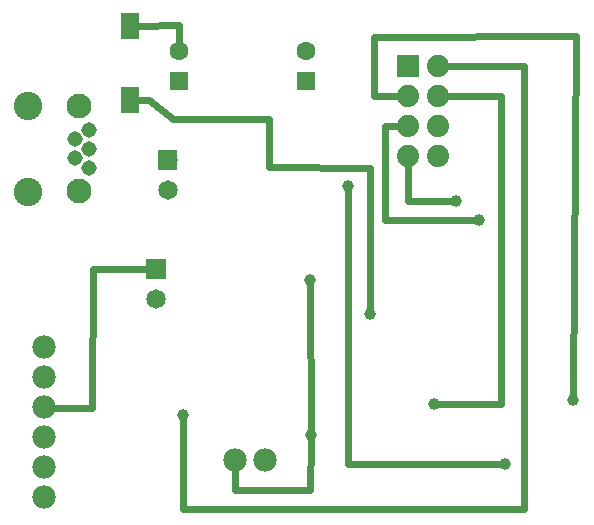
<source format=gbl>
G04 MADE WITH FRITZING*
G04 WWW.FRITZING.ORG*
G04 DOUBLE SIDED*
G04 HOLES PLATED*
G04 CONTOUR ON CENTER OF CONTOUR VECTOR*
%ASAXBY*%
%FSLAX23Y23*%
%MOIN*%
%OFA0B0*%
%SFA1.0B1.0*%
%ADD10C,0.082677*%
%ADD11C,0.074000*%
%ADD12C,0.039370*%
%ADD13C,0.062992*%
%ADD14C,0.051496*%
%ADD15C,0.094803*%
%ADD16C,0.078000*%
%ADD17C,0.065000*%
%ADD18R,0.074000X0.074000*%
%ADD19R,0.062992X0.062992*%
%ADD20R,0.062992X0.090551*%
%ADD21C,0.024000*%
%ADD22R,0.001000X0.001000*%
%LNCOPPER0*%
G90*
G70*
G54D10*
X222Y1320D03*
X220Y1606D03*
G54D11*
X1416Y1737D03*
X1416Y1637D03*
X1416Y1537D03*
X1416Y1437D03*
X1316Y1737D03*
X1316Y1637D03*
X1316Y1537D03*
X1316Y1437D03*
G54D12*
X1553Y1225D03*
X1478Y1287D03*
G54D13*
X553Y1689D03*
X553Y1787D03*
X978Y1689D03*
X978Y1787D03*
G54D14*
X253Y1525D03*
X253Y1462D03*
X253Y1399D03*
X206Y1494D03*
X206Y1431D03*
G54D15*
X52Y1318D03*
X52Y1606D03*
G54D12*
X1403Y612D03*
X566Y575D03*
G54D16*
X841Y425D03*
X741Y425D03*
X103Y800D03*
X103Y700D03*
X103Y600D03*
X103Y500D03*
X103Y400D03*
X103Y300D03*
G54D12*
X991Y1025D03*
X994Y507D03*
X1866Y625D03*
X1116Y1337D03*
X1641Y412D03*
X1191Y912D03*
G54D17*
X516Y1325D03*
X516Y1425D03*
X478Y962D03*
X478Y1062D03*
G54D18*
X1316Y1737D03*
G54D19*
X553Y1689D03*
X978Y1689D03*
G54D20*
X391Y1625D03*
X391Y1873D03*
G54D21*
X1241Y1225D02*
X1534Y1225D01*
D02*
X1241Y1538D02*
X1241Y1225D01*
D02*
X1285Y1537D02*
X1241Y1538D01*
D02*
X1316Y1288D02*
X1459Y1287D01*
D02*
X1316Y1406D02*
X1316Y1288D01*
D02*
X1628Y612D02*
X1629Y1637D01*
D02*
X1629Y1637D02*
X1447Y1637D01*
D02*
X1628Y612D02*
X1422Y612D01*
D02*
X1117Y412D02*
X1116Y1318D01*
D02*
X1622Y412D02*
X1117Y412D01*
D02*
X1879Y1838D02*
X1205Y1836D01*
D02*
X1205Y1637D02*
X1285Y1637D01*
D02*
X1205Y1836D02*
X1205Y1637D01*
D02*
X1866Y644D02*
X1879Y1838D01*
D02*
X992Y325D02*
X742Y325D01*
D02*
X742Y325D02*
X741Y394D01*
D02*
X993Y488D02*
X992Y325D01*
D02*
X993Y525D02*
X991Y1006D01*
D02*
X1705Y1737D02*
X1704Y262D01*
D02*
X1447Y1737D02*
X1705Y1737D01*
D02*
X566Y262D02*
X566Y556D01*
D02*
X1704Y262D02*
X566Y262D01*
D02*
X265Y599D02*
X133Y599D01*
D02*
X553Y1875D02*
X553Y1814D01*
D02*
X417Y1873D02*
X553Y1875D01*
D02*
X855Y1563D02*
X533Y1562D01*
D02*
X855Y1400D02*
X855Y1563D01*
D02*
X533Y1562D02*
X453Y1625D01*
D02*
X453Y1625D02*
X417Y1625D01*
D02*
X1192Y1399D02*
X855Y1400D01*
D02*
X1191Y931D02*
X1192Y1399D01*
D02*
X266Y1063D02*
X265Y599D01*
D02*
X453Y1062D02*
X266Y1063D01*
G54D22*
X483Y1457D02*
X547Y1457D01*
X483Y1456D02*
X547Y1456D01*
X483Y1455D02*
X547Y1455D01*
X483Y1454D02*
X547Y1454D01*
X483Y1453D02*
X547Y1453D01*
X483Y1452D02*
X547Y1452D01*
X483Y1451D02*
X547Y1451D01*
X483Y1450D02*
X547Y1450D01*
X483Y1449D02*
X547Y1449D01*
X483Y1448D02*
X547Y1448D01*
X483Y1447D02*
X547Y1447D01*
X483Y1446D02*
X547Y1446D01*
X483Y1445D02*
X547Y1445D01*
X483Y1444D02*
X547Y1444D01*
X483Y1443D02*
X547Y1443D01*
X483Y1442D02*
X547Y1442D01*
X483Y1441D02*
X547Y1441D01*
X483Y1440D02*
X547Y1440D01*
X483Y1439D02*
X547Y1439D01*
X483Y1438D02*
X511Y1438D01*
X520Y1438D02*
X547Y1438D01*
X483Y1437D02*
X508Y1437D01*
X522Y1437D02*
X547Y1437D01*
X483Y1436D02*
X507Y1436D01*
X524Y1436D02*
X547Y1436D01*
X483Y1435D02*
X505Y1435D01*
X525Y1435D02*
X547Y1435D01*
X483Y1434D02*
X504Y1434D01*
X526Y1434D02*
X547Y1434D01*
X483Y1433D02*
X504Y1433D01*
X527Y1433D02*
X547Y1433D01*
X483Y1432D02*
X503Y1432D01*
X527Y1432D02*
X547Y1432D01*
X483Y1431D02*
X502Y1431D01*
X528Y1431D02*
X547Y1431D01*
X483Y1430D02*
X502Y1430D01*
X528Y1430D02*
X547Y1430D01*
X483Y1429D02*
X502Y1429D01*
X529Y1429D02*
X547Y1429D01*
X483Y1428D02*
X501Y1428D01*
X529Y1428D02*
X547Y1428D01*
X483Y1427D02*
X501Y1427D01*
X529Y1427D02*
X547Y1427D01*
X483Y1426D02*
X501Y1426D01*
X529Y1426D02*
X547Y1426D01*
X483Y1425D02*
X501Y1425D01*
X529Y1425D02*
X547Y1425D01*
X483Y1424D02*
X501Y1424D01*
X529Y1424D02*
X547Y1424D01*
X483Y1423D02*
X501Y1423D01*
X529Y1423D02*
X547Y1423D01*
X483Y1422D02*
X501Y1422D01*
X529Y1422D02*
X547Y1422D01*
X483Y1421D02*
X501Y1421D01*
X529Y1421D02*
X547Y1421D01*
X483Y1420D02*
X502Y1420D01*
X528Y1420D02*
X547Y1420D01*
X483Y1419D02*
X502Y1419D01*
X528Y1419D02*
X547Y1419D01*
X483Y1418D02*
X503Y1418D01*
X528Y1418D02*
X547Y1418D01*
X483Y1417D02*
X503Y1417D01*
X527Y1417D02*
X547Y1417D01*
X483Y1416D02*
X504Y1416D01*
X526Y1416D02*
X547Y1416D01*
X483Y1415D02*
X505Y1415D01*
X525Y1415D02*
X547Y1415D01*
X483Y1414D02*
X506Y1414D01*
X524Y1414D02*
X547Y1414D01*
X483Y1413D02*
X508Y1413D01*
X523Y1413D02*
X547Y1413D01*
X483Y1412D02*
X510Y1412D01*
X520Y1412D02*
X547Y1412D01*
X483Y1411D02*
X547Y1411D01*
X483Y1410D02*
X547Y1410D01*
X483Y1409D02*
X547Y1409D01*
X483Y1408D02*
X547Y1408D01*
X483Y1407D02*
X547Y1407D01*
X483Y1406D02*
X547Y1406D01*
X483Y1405D02*
X547Y1405D01*
X483Y1404D02*
X547Y1404D01*
X483Y1403D02*
X547Y1403D01*
X483Y1402D02*
X547Y1402D01*
X483Y1401D02*
X547Y1401D01*
X483Y1400D02*
X547Y1400D01*
X483Y1399D02*
X547Y1399D01*
X483Y1398D02*
X547Y1398D01*
X483Y1397D02*
X547Y1397D01*
X483Y1396D02*
X547Y1396D01*
X483Y1395D02*
X547Y1395D01*
X483Y1394D02*
X547Y1394D01*
X483Y1393D02*
X547Y1393D01*
X446Y1094D02*
X510Y1094D01*
X446Y1093D02*
X510Y1093D01*
X446Y1092D02*
X510Y1092D01*
X446Y1091D02*
X510Y1091D01*
X446Y1090D02*
X510Y1090D01*
X446Y1089D02*
X510Y1089D01*
X446Y1088D02*
X510Y1088D01*
X446Y1087D02*
X510Y1087D01*
X446Y1086D02*
X510Y1086D01*
X446Y1085D02*
X510Y1085D01*
X446Y1084D02*
X510Y1084D01*
X446Y1083D02*
X510Y1083D01*
X446Y1082D02*
X510Y1082D01*
X446Y1081D02*
X510Y1081D01*
X446Y1080D02*
X510Y1080D01*
X446Y1079D02*
X510Y1079D01*
X446Y1078D02*
X510Y1078D01*
X446Y1077D02*
X510Y1077D01*
X446Y1076D02*
X475Y1076D01*
X480Y1076D02*
X510Y1076D01*
X446Y1075D02*
X472Y1075D01*
X483Y1075D02*
X510Y1075D01*
X446Y1074D02*
X470Y1074D01*
X485Y1074D02*
X510Y1074D01*
X446Y1073D02*
X469Y1073D01*
X487Y1073D02*
X510Y1073D01*
X446Y1072D02*
X467Y1072D01*
X488Y1072D02*
X510Y1072D01*
X446Y1071D02*
X467Y1071D01*
X489Y1071D02*
X510Y1071D01*
X446Y1070D02*
X466Y1070D01*
X490Y1070D02*
X510Y1070D01*
X446Y1069D02*
X465Y1069D01*
X490Y1069D02*
X510Y1069D01*
X446Y1068D02*
X465Y1068D01*
X491Y1068D02*
X510Y1068D01*
X446Y1067D02*
X464Y1067D01*
X491Y1067D02*
X510Y1067D01*
X446Y1066D02*
X464Y1066D01*
X491Y1066D02*
X510Y1066D01*
X446Y1065D02*
X464Y1065D01*
X492Y1065D02*
X510Y1065D01*
X446Y1064D02*
X463Y1064D01*
X492Y1064D02*
X510Y1064D01*
X446Y1063D02*
X463Y1063D01*
X492Y1063D02*
X510Y1063D01*
X446Y1062D02*
X463Y1062D01*
X492Y1062D02*
X510Y1062D01*
X446Y1061D02*
X463Y1061D01*
X492Y1061D02*
X510Y1061D01*
X446Y1060D02*
X464Y1060D01*
X492Y1060D02*
X510Y1060D01*
X446Y1059D02*
X464Y1059D01*
X492Y1059D02*
X510Y1059D01*
X446Y1058D02*
X464Y1058D01*
X491Y1058D02*
X510Y1058D01*
X446Y1057D02*
X465Y1057D01*
X491Y1057D02*
X510Y1057D01*
X446Y1056D02*
X465Y1056D01*
X490Y1056D02*
X510Y1056D01*
X446Y1055D02*
X466Y1055D01*
X490Y1055D02*
X510Y1055D01*
X446Y1054D02*
X466Y1054D01*
X489Y1054D02*
X510Y1054D01*
X446Y1053D02*
X467Y1053D01*
X488Y1053D02*
X510Y1053D01*
X446Y1052D02*
X468Y1052D01*
X487Y1052D02*
X510Y1052D01*
X446Y1051D02*
X470Y1051D01*
X486Y1051D02*
X510Y1051D01*
X446Y1050D02*
X471Y1050D01*
X484Y1050D02*
X510Y1050D01*
X446Y1049D02*
X474Y1049D01*
X481Y1049D02*
X510Y1049D01*
X446Y1048D02*
X510Y1048D01*
X446Y1047D02*
X510Y1047D01*
X446Y1046D02*
X510Y1046D01*
X446Y1045D02*
X510Y1045D01*
X446Y1044D02*
X510Y1044D01*
X446Y1043D02*
X510Y1043D01*
X446Y1042D02*
X510Y1042D01*
X446Y1041D02*
X510Y1041D01*
X446Y1040D02*
X510Y1040D01*
X446Y1039D02*
X510Y1039D01*
X446Y1038D02*
X510Y1038D01*
X446Y1037D02*
X510Y1037D01*
X446Y1036D02*
X510Y1036D01*
X446Y1035D02*
X510Y1035D01*
X446Y1034D02*
X510Y1034D01*
X446Y1033D02*
X510Y1033D01*
X446Y1032D02*
X510Y1032D01*
X446Y1031D02*
X510Y1031D01*
X446Y1030D02*
X509Y1030D01*
D02*
G04 End of Copper0*
M02*
</source>
